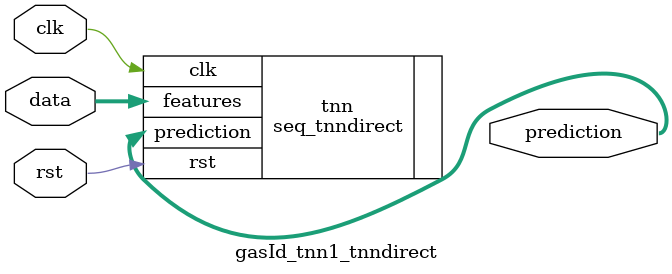
<source format=v>












module gasId_tnn1_tnndirect #(

parameter FEAT_CNT = 128,
parameter HIDDEN_CNT = 40,
parameter FEAT_BITS = 4,
parameter CLASS_CNT = 6,
parameter TEST_CNT = 1000




  ) (
  input clk,
  input rst,
  input [FEAT_CNT*FEAT_BITS-1:0] data,
  output [$clog2(CLASS_CNT)-1:0] prediction
  );

  seq_tnndirect #(
      .FEAT_CNT(FEAT_CNT),.FEAT_BITS(FEAT_BITS),.HIDDEN_CNT(HIDDEN_CNT),.CLASS_CNT(CLASS_CNT),
  .SPARSE_VALS(5120'b00000000000000010000000000000000000001010000011100000000000000100000000000000001000000000000000000000100000000000001110100000001000000000000000000010000000100000000000000000000000100000001100100000001001000000000000000000000000100000000100000011001000000000000000000000001000000000000000000000110000101100000000000000000000000000000010000010000000000001000011000000110000100000000000000000000000000000000111000001110000100000000000010000000000000100001100000000000000111010000010000001110001001000000000000000000000100000001110100000000000000000000000000001000000100110001111100110000000010100000000000000010000100000001000000011111000010110001101000011010000110000001100010011000000010100001111100011111001110000001100000001000000010000001100000011000100000000001100110100010000000000000110000000001100111100000001000000000100111000000000001100110101000010011010000110001010000000001000010001000000000000000000000010111000101110000000000000000000000000000000000000000000000000001000100000011000011000000100100010001000100000000000000000001000000000000000100000100000000000000000000000010000000010000000000000001000000000000010100000000000111010001000000000000000000000000000000000000010000000001000000000000000000000000000000010010000000000001000000001000000000000000000000000000000001000000010100000100000001000100000000000000000000110000000000000000000000000000000000001100101001000001000101000000000000000000101000010000000100100001010000011000001000000000000000000000001010000001000000001000000001000000101000001010000000000000000000011010000110000001110000011110000110000000000000001110000000100001100000011000000011000000110000011000000110000000000000000000000000000000000000000111000001110001000000000000010000000000001000000000000000000000010100000100000001000000000000001100000110000001111000011010001110000001100000000010000011100001111100000100000010000000110000001000000010000001001000000010000000000000000000000001000000010000000000000000000000000000000000010001000111110000000000000000000100000000000000000000000000000001111100011011000111100001111100011000001110000001100000011111000111110001111100011000000011000010000000001000000110101000000000101111000111110000000100000001001000010010000000000000000101110000000100010000000000000000010000000000000000010000010100001010000111010000001100001000000110101001000000010000000000100000100000001000000000000000110000001000000010000000100000000110000000100000000000000000000000100001000000000000000000100001010000000000000000000010001100010000010000000000010000000100000000000000000000001101000110000001100001010000000111000001110100000000000000000001111100011101000110000001000000001100000011000001000000010000000000000001111100000000100000000000001101000100000001000100000000000000000000000000000000000001001100010001000000001011110010110001111110010000000110100001111000010000000100000000101100011111000100010001010000000000000010100001000000000000000110100000101000010000000100110000100000000000000100100001001000010000000000100000000001000000000110000000100000011100000000000000111000001110000000000000000001000000010000000010100010000000000001011000100000100000100000010010000000000111001000000000001000000000000010000010000000010000000000010000000100000001001000010100000100010001000000000001000100000000000000010000000000000000000000000000000100011111000000000000101000011010000100000011000000001010000111110000000000000000000000000000100000010000000000000000111000001111000100010000000000000000000010110001000000110000000000000001001100010001000111010000000000000000000000000000000000000000000010000001111100010111000000000000000000000000000000000001000000000100010000000100001000000000000000000000010000000100000001000000010000001000001000000001100000000000000111000001110000000000000000000001111100011111000000100001101000001111000111110001000000000000000000001000101000010100000101000000100000001100000000000000010000011111000111110000001000000000000000100000110000010000000100000000111100011101000010100001101001000000000000000000001000011111000000000000000000000000000000000010000000000000000011100000111000010001000000000110000000000000000100011011001000001100001000000000000000000000010001000011000000000000000100000000100000001100100110010001010000100001110100011000000110001001001101000010101001010010101000001000010000000001011100101011010010100001101000001000000001000100000110001001000000011000000011100001000000001000000011100000001000001000000010000000110000001100000000000000000001000000000000000000000000010101000000000000000000000010000001110000000000000000000000000000000000000000000000000000011000001011000100010000000000011000000010110001000000010000000000100001101100010001000100001000000000001000000010000000100100010110000111100001000000000010100000000000000011000001100000010000010000001111001111110100000010000101000001100000100100111001011101110010011101010010000000000001101000011110000100000001100000001000000010100000111000000000000010000001100000001000000010000000101000001100000000000000000001010000000100000000110100011100100000000000000000011111000111110000000000000000000001000000110000100000010100000000111100011111),
  .MASK(5120'b00011000000110010001111000011110000011010000011100011001000010100000100000010001000010000000110000011100000110000001110100000011000010000000000000010000000100000000000000000000000100000001100100000001001000000000110000000100000101100000100001011001000000000000000000000001000011010000110100000110010101100001101100011101000000000000010000010100000010101001011000010110000100100001100100010000000010010011111000011110010100000000011110010001000111110001100000000000000111010000010000001110101011000001110100000011000100000001110100000011000001110000000000001000000100110001111100110000000010100001110000010110000101110001011100011111000010110001101100011011000110010001100110011111000011100011111100011111001110000001100101001001000110010001110100011111100101010001100110110011000001110001110000000001100111100100001011000001100111100010000001100110101000110011010000110001010100000001100010101100000111110001111100111111000111110000100000001110000111110001111100011000000111000001100100001111000111000001100100010001000100010001101000011011000110000001110100001100000010000001110100000010000010010000100000001001000010000001111100001000000111010001000011100010000000000001111110011100011100010101101011000010001100110111010001111011101011100101000100001000011111011100000000100001000001000101010101111100001101100111010100001010100000110011110011101110010100000001000010111101101011001001100101011111100101100000101000010001000100100001010000011000001000000000000100011101001010000001000000001000000001000000101000001010000111010000010100011011000110010101110000011111000111010000011100001110000000100001100000011001000011000000110000011100000110010001111100000000000111110001101100110111000101110001101000011111010101110001111100000000000010000000110100001100000101100000101100001101000110110011111000011010001111110001111100000010000011100001111100000110000010000000110000001100000110000001001000000010000111110001000000001011000000010000111000001000000010000000100000010111000111110000100000001000000111000000110000000110000000000001111100011011000111100001111100011111001111110001100100011111000111110001111100011001000011000010110100001001000111101000011000111111010111110000101100011001001111110010101000011000000101110000111110010010000110000001010000001100000011010001010101011010000111011000111100001001000110101001000000010001000000100000100000001000000110110000110100001001000010000000101000000110000100100001111100010001000010100001000000010001000100100001010000001001000100010010001100010000010000100000110000001101000111110001111101001101000110000001100101010001000111000001110100000111000101110001111100011101000110000001000000001100010011000001011100010111000100000001111110011111100011100100101101001100100101101100100000011011001011000000101000001001101110010011100001011011110010110001111110110000000110100001111000011100000111000000101101011111000111110001011010000000001010100001010100000100000110101000101000011100000110110000100000000001000100100001001000010000000000110001000101011101000110000100100000011100000000010001111000001110000011110000000111000100010000000010100110000000000001111011110000101001100000010011001000101111011000000000011100010000000010110010000000010110000110110001001100011111001111110101100110011001100011100001000100011010000110010000110000001100000110100000000100011111000000000000101000011010000111000011110000011010000111110100001100101111000000000000101000010101000001010001111000011111000111010000000000001000000010110101111000111110000000000001001100011011000111010000100000000000000011000000010100000100000011000011111100010111000110000000100100010000000100000001000000000100010110010101111100000000000000000000110000001110000101000001110000011011001101110001100100000010001111000001110000000111000111110001111100011111000000100001101100001111000111110001011000001111000111011000101000011100000101000001101100011110000010000000011000011111000111110000001000000000000110100000110000011111000111110000111100011101000010100001101001001111000011110000001000011111000111110001111100000000001000000010110100001101000111100001111000011111000110100110110000010100001111011011011100011101001001010000011000100110010001000011100000001100000111010000101000001100100110110001010000110101110101011000010110001011001101000010101001110010101000001100110011010011011110101011011011110001101100011010000001000110000110001001000100011000000011100001000100011100000011110011011100001001000010010000110000001100000000000000100001011111000000010000000000010101000011110000111000000010000001110000111000001011000100000000000000011100000011000001011000001011000100010000000000011000000010110001000000010010000100100001101100010001001100101000000000001000000011000000110100010110001111100001110000011010100010000001000011001001110011110001110010001111011111110110001010010101000011110000110100111101011101110010111111011110000110000001101000011110000101010001100100001001000010100000111000000011000010000001100000101001000010000000101000001100000111110001000001010000000100000000110100011100100001100000111000011111001111110000000000001100000101000000110000101111010101110000111100111111),
  .NONZERO_CNT(640'h2914262d2d3e323926393d1f2f372e2544352328333d33242a33302b25393236333d282228422734),
  .SPARSE_VALS2(58'b1000100000101101101100001111000000101101100010010010010110),  // Bits of not-zeroes
  .COL_INDICES(464'h2419161514110d06040327241816150c0805041d110c2322201d1c1a19110c090600251f1c1513100d0b0a0908002722201f1d1a16130e0a0802), // Column of non-zeros
  .ROW_PTRS(56'h3a302724180c00) // Column of non-zeros // Start indices per row
      ) tnn (
    .clk(clk),
    .rst(rst),
    .features(data),
    .prediction(prediction)
  );

endmodule

</source>
